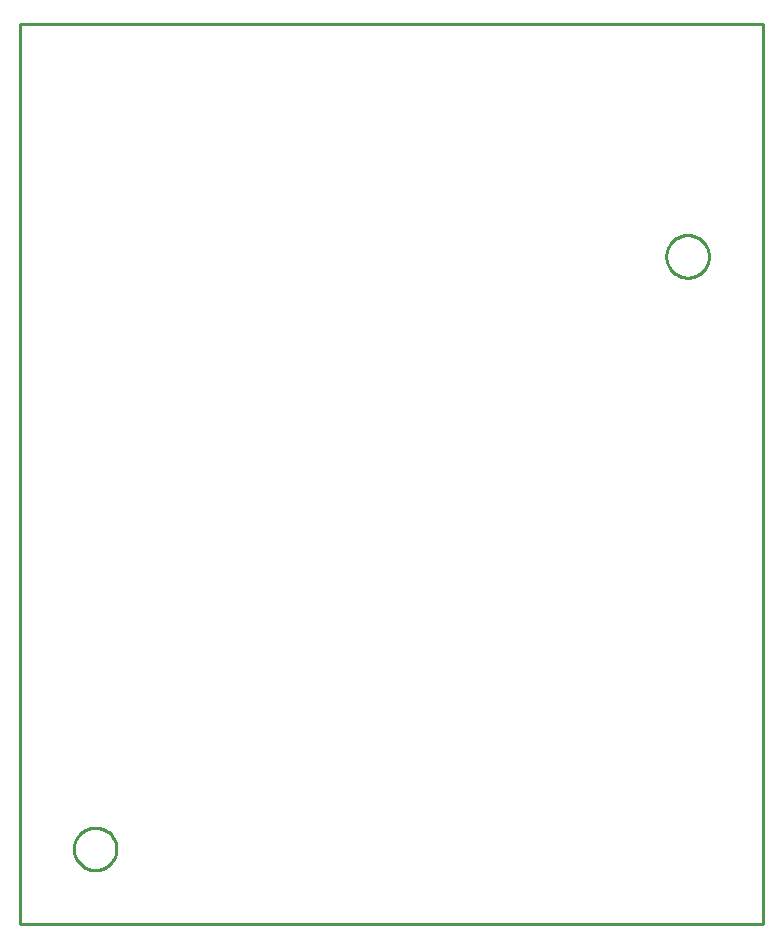
<source format=gbr>
G04 EAGLE Gerber RS-274X export*
G75*
%MOMM*%
%FSLAX34Y34*%
%LPD*%
%IN*%
%IPPOS*%
%AMOC8*
5,1,8,0,0,1.08239X$1,22.5*%
G01*
%ADD10C,0.254000*%


D10*
X0Y0D02*
X628650Y0D01*
X628650Y762000D01*
X0Y762000D01*
X0Y0D01*
X81500Y62911D02*
X81423Y61735D01*
X81269Y60566D01*
X81039Y59410D01*
X80734Y58272D01*
X80355Y57156D01*
X79904Y56067D01*
X79383Y55010D01*
X78794Y53990D01*
X78139Y53010D01*
X77422Y52075D01*
X76645Y51189D01*
X75811Y50355D01*
X74925Y49578D01*
X73990Y48861D01*
X73010Y48206D01*
X71990Y47617D01*
X70933Y47096D01*
X69844Y46645D01*
X68728Y46266D01*
X67590Y45961D01*
X66434Y45731D01*
X65265Y45577D01*
X64089Y45500D01*
X62911Y45500D01*
X61735Y45577D01*
X60566Y45731D01*
X59410Y45961D01*
X58272Y46266D01*
X57156Y46645D01*
X56067Y47096D01*
X55010Y47617D01*
X53990Y48206D01*
X53010Y48861D01*
X52075Y49578D01*
X51189Y50355D01*
X50355Y51189D01*
X49578Y52075D01*
X48861Y53010D01*
X48206Y53990D01*
X47617Y55010D01*
X47096Y56067D01*
X46645Y57156D01*
X46266Y58272D01*
X45961Y59410D01*
X45731Y60566D01*
X45577Y61735D01*
X45500Y62911D01*
X45500Y64089D01*
X45577Y65265D01*
X45731Y66434D01*
X45961Y67590D01*
X46266Y68728D01*
X46645Y69844D01*
X47096Y70933D01*
X47617Y71990D01*
X48206Y73010D01*
X48861Y73990D01*
X49578Y74925D01*
X50355Y75811D01*
X51189Y76645D01*
X52075Y77422D01*
X53010Y78139D01*
X53990Y78794D01*
X55010Y79383D01*
X56067Y79904D01*
X57156Y80355D01*
X58272Y80734D01*
X59410Y81039D01*
X60566Y81269D01*
X61735Y81423D01*
X62911Y81500D01*
X64089Y81500D01*
X65265Y81423D01*
X66434Y81269D01*
X67590Y81039D01*
X68728Y80734D01*
X69844Y80355D01*
X70933Y79904D01*
X71990Y79383D01*
X73010Y78794D01*
X73990Y78139D01*
X74925Y77422D01*
X75811Y76645D01*
X76645Y75811D01*
X77422Y74925D01*
X78139Y73990D01*
X78794Y73010D01*
X79383Y71990D01*
X79904Y70933D01*
X80355Y69844D01*
X80734Y68728D01*
X81039Y67590D01*
X81269Y66434D01*
X81423Y65265D01*
X81500Y64089D01*
X81500Y62911D01*
X583150Y564561D02*
X583073Y563385D01*
X582919Y562216D01*
X582689Y561060D01*
X582384Y559922D01*
X582005Y558806D01*
X581554Y557717D01*
X581033Y556660D01*
X580444Y555640D01*
X579789Y554660D01*
X579072Y553725D01*
X578295Y552839D01*
X577461Y552005D01*
X576575Y551228D01*
X575640Y550511D01*
X574660Y549856D01*
X573640Y549267D01*
X572583Y548746D01*
X571494Y548295D01*
X570378Y547916D01*
X569240Y547611D01*
X568084Y547381D01*
X566915Y547227D01*
X565739Y547150D01*
X564561Y547150D01*
X563385Y547227D01*
X562216Y547381D01*
X561060Y547611D01*
X559922Y547916D01*
X558806Y548295D01*
X557717Y548746D01*
X556660Y549267D01*
X555640Y549856D01*
X554660Y550511D01*
X553725Y551228D01*
X552839Y552005D01*
X552005Y552839D01*
X551228Y553725D01*
X550511Y554660D01*
X549856Y555640D01*
X549267Y556660D01*
X548746Y557717D01*
X548295Y558806D01*
X547916Y559922D01*
X547611Y561060D01*
X547381Y562216D01*
X547227Y563385D01*
X547150Y564561D01*
X547150Y565739D01*
X547227Y566915D01*
X547381Y568084D01*
X547611Y569240D01*
X547916Y570378D01*
X548295Y571494D01*
X548746Y572583D01*
X549267Y573640D01*
X549856Y574660D01*
X550511Y575640D01*
X551228Y576575D01*
X552005Y577461D01*
X552839Y578295D01*
X553725Y579072D01*
X554660Y579789D01*
X555640Y580444D01*
X556660Y581033D01*
X557717Y581554D01*
X558806Y582005D01*
X559922Y582384D01*
X561060Y582689D01*
X562216Y582919D01*
X563385Y583073D01*
X564561Y583150D01*
X565739Y583150D01*
X566915Y583073D01*
X568084Y582919D01*
X569240Y582689D01*
X570378Y582384D01*
X571494Y582005D01*
X572583Y581554D01*
X573640Y581033D01*
X574660Y580444D01*
X575640Y579789D01*
X576575Y579072D01*
X577461Y578295D01*
X578295Y577461D01*
X579072Y576575D01*
X579789Y575640D01*
X580444Y574660D01*
X581033Y573640D01*
X581554Y572583D01*
X582005Y571494D01*
X582384Y570378D01*
X582689Y569240D01*
X582919Y568084D01*
X583073Y566915D01*
X583150Y565739D01*
X583150Y564561D01*
M02*

</source>
